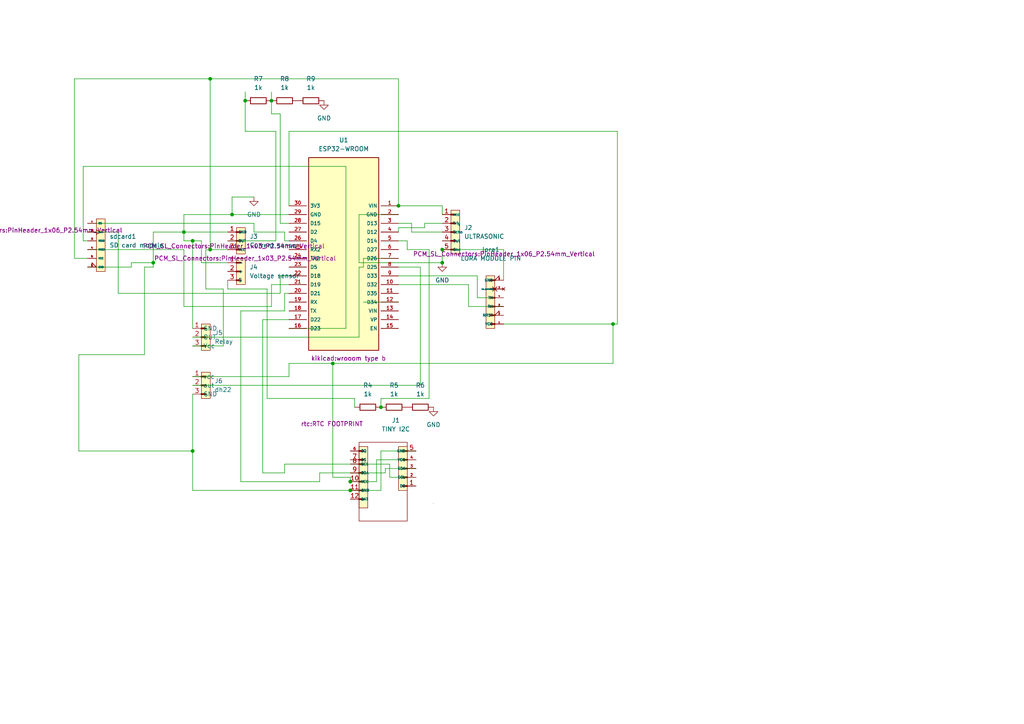
<source format=kicad_sch>
(kicad_sch (version 20231120) (generator "eeschema") (generator_version "8.0")
  (paper "A4")
  (lib_symbols
    (symbol "PCM_4ms_Power-symbol:GND" (power) (pin_names (offset 0))
      (property "Value" "GND" (at 0 -3.81 0))
      (symbol "GND_0_1"
        (polyline (pts (xy 0 0) (xy 0 -1.27) (xy 1.27 -1.27) (xy 0 -2.54) (xy -1.27 -1.27) (xy 0 -1.27)))
      )
      (symbol "GND_1_1"
        (pin power_in line (at 0 0 270) (length 0) hide (name "GND") (number "1"))
      )
    )
    (symbol "PCM_SL_Resistors:1k"
      (property "Reference" "R" (at 0 5.08 0))
      (property "Value" "1k" (at 0 2.54 0))
      (symbol "1k_0_1"
        (rectangle (start -2.286 0.889) (end 2.286 -0.889) (stroke (width 0.24)))
      )
      (symbol "1k_1_1"
        (pin passive line (at -3.81 0 0) (length 1.5) (name "") (number "1"))
        (pin passive line (at 3.81 0 180) (length 1.5) (name "~") (number "2"))
      )
    )
    (symbol "PINHD_1x3_Male_1"
      (property "Reference" "J?" (at 2.54 1.2701 0))
      (property "Value" "Current sensor" (at 2.54 -1.2699 0))
      (symbol "PINHD_1x3_Male_1_0_1"
        (rectangle (start -1.27 3.81) (end 1.27 -3.81) (fill (type background)))
        (polyline (pts (xy -1.27 -2.54) (xy 0 -2.54)) (stroke (width 0.3)))
        (polyline (pts (xy -1.27 -2.54) (xy 0 -2.54)) (stroke (width 0.5)))
        (polyline (pts (xy -1.27 0) (xy 0 0)) (stroke (width 0.3)))
        (polyline (pts (xy -1.27 0) (xy 0 0)) (stroke (width 0.5)))
        (polyline (pts (xy -1.27 2.54) (xy 0 2.54)) (stroke (width 0.3)))
        (polyline (pts (xy -1.27 2.54) (xy 0 2.54)) (stroke (width 0.5)))
      )
      (symbol "PINHD_1x3_Male_1_1_1"
        (pin passive line (at -3.81 2.54 0) (length 2.54) (name "GND") (number "1"))
        (pin output line (at -3.81 0 0) (length 2.54) (name "OUT") (number "2"))
        (pin passive line (at -3.81 -2.54 0) (length 2.54) (name "Vcc") (number "3"))
      )
    )
    (symbol "PINHD_1x3_Male_2"
      (property "Reference" "J5" (at 2.54 1.2701 0))
      (property "Value" "PINHD_1x3_Male" (at 2.54 -1.2699 0))
      (symbol "PINHD_1x3_Male_2_0_1"
        (rectangle (start -1.27 3.81) (end 1.27 -3.81) (fill (type background)))
        (polyline (pts (xy -1.27 -2.54) (xy 0 -2.54)) (stroke (width 0.3)))
        (polyline (pts (xy -1.27 -2.54) (xy 0 -2.54)) (stroke (width 0.5)))
        (polyline (pts (xy -1.27 0) (xy 0 0)) (stroke (width 0.3)))
        (polyline (pts (xy -1.27 0) (xy 0 0)) (stroke (width 0.5)))
        (polyline (pts (xy -1.27 2.54) (xy 0 2.54)) (stroke (width 0.3)))
        (polyline (pts (xy -1.27 2.54) (xy 0 2.54)) (stroke (width 0.5)))
      )
      (symbol "PINHD_1x3_Male_2_1_1"
        (pin passive line (at -3.81 2.54 0) (length 2.54) (name "GND") (number "1"))
        (pin passive line (at -3.81 0 0) (length 2.54) (name "OUT") (number "2"))
        (pin passive line (at -3.81 -2.54 0) (length 2.54) (name "Vcc") (number "3"))
      )
    )
    (symbol "PINHD_1x3_Male_3"
      (property "Reference" "J6" (at 2.54 1.2701 0))
      (property "Value" "Relay" (at -3.302 6.096 0))
      (property "Footprint" "Relay " (at 1.27 -5.08 0))
      (symbol "PINHD_1x3_Male_3_0_1"
        (rectangle (start -1.27 3.81) (end 1.27 -3.81) (fill (type background)))
        (polyline (pts (xy -1.27 -2.54) (xy 0 -2.54)) (stroke (width 0.3)))
        (polyline (pts (xy -1.27 -2.54) (xy 0 -2.54)) (stroke (width 0.5)))
        (polyline (pts (xy -1.27 0) (xy 0 0)) (stroke (width 0.3)))
        (polyline (pts (xy -1.27 0) (xy 0 0)) (stroke (width 0.5)))
        (polyline (pts (xy -1.27 2.54) (xy 0 2.54)) (stroke (width 0.3)))
        (polyline (pts (xy -1.27 2.54) (xy 0 2.54)) (stroke (width 0.5)))
      )
      (symbol "PINHD_1x3_Male_3_1_1"
        (pin passive line (at -3.81 2.54 0) (length 2.54) (name "vcc") (number "1"))
        (pin passive line (at -3.81 0 0) (length 2.54) (name "out") (number "2"))
        (pin passive line (at -3.81 -2.54 0) (length 2.54) (name "GND") (number "3"))
      )
    )
    (symbol "PINHD_1x6_Male_1"
      (property "Reference" "lora1" (at 2.54 2.5401 0))
      (property "Value" "LORA MODULE PIN" (at 2.54 0.0001 0))
      (property "Footprint" "PCM_SL_Connectors:PinHeader_1x06_P2.54mm_Vertical" (at 2.54 -2.5399 0))
      (symbol "PINHD_1x6_Male_1_0_1"
        (polyline (pts (xy -1.27 -6.35) (xy 0 -6.35)) (stroke (width 0.3)))
        (polyline (pts (xy -1.27 -6.35) (xy 0 -6.35)) (stroke (width 0.5)))
        (polyline (pts (xy -1.27 -3.81) (xy 0 -3.81)) (stroke (width 0.3)))
        (polyline (pts (xy -1.27 -3.81) (xy 0 -3.81)) (stroke (width 0.5)))
        (polyline (pts (xy -1.27 -1.27) (xy 0 -1.27)) (stroke (width 0.3)))
        (polyline (pts (xy -1.27 -1.27) (xy 0 -1.27)) (stroke (width 0.5)))
        (polyline (pts (xy -1.27 1.27) (xy 0 1.27)) (stroke (width 0.3)))
        (polyline (pts (xy -1.27 1.27) (xy 0 1.27)) (stroke (width 0.5)))
        (polyline (pts (xy -1.27 3.81) (xy 0 3.81)) (stroke (width 0.3)))
        (polyline (pts (xy -1.27 3.81) (xy 0 3.81)) (stroke (width 0.5)))
        (polyline (pts (xy -1.27 6.35) (xy 0 6.35)) (stroke (width 0.3)))
        (polyline (pts (xy -1.27 6.35) (xy 0 6.35)) (stroke (width 0.5)))
      )
      (symbol "PINHD_1x6_Male_1_1_1"
        (rectangle (start -1.27 7.62) (end 1.27 -7.62) (fill (type background)))
        (pin input line (at -3.81 6.35 0) (length 2.54) (name "VCC") (number "1"))
        (pin input input_low (at -3.81 3.81 0) (length 2.54) (name "NRST") (number "2"))
        (pin no_connect non_logic (at -3.81 -3.81 0) (length 2.54) (name "no_connect") (number "2"))
        (pin input line (at -3.81 1.27 0) (length 2.54) (name "RX") (number "3"))
        (pin output line (at -3.81 -1.27 0) (length 2.54) (name "TX") (number "4"))
        (pin input input_low (at -3.81 -6.35 0) (length 2.54) (name "GND") (number "6"))
      )
    )
    (symbol "RTC  MODULE PINS:PINHD_1x3_Male"
      (property "Reference" "J4" (at 2.54 1.2701 0))
      (property "Value" "Voltage sensor" (at 2.54 -1.2699 0))
      (property "Footprint" "Connector_PinHeader_2.54mm:PinHeader_1x03_P2.54mm_Vertical" (at -2.032 7.366 0))
      (symbol "PINHD_1x3_Male_0_1"
        (rectangle (start -1.27 3.81) (end 1.27 -3.81) (fill (type background)))
        (polyline (pts (xy -1.27 -2.54) (xy 0 -2.54)) (stroke (width 0.3)))
        (polyline (pts (xy -1.27 -2.54) (xy 0 -2.54)) (stroke (width 0.5)))
        (polyline (pts (xy -1.27 0) (xy 0 0)) (stroke (width 0.3)))
        (polyline (pts (xy -1.27 0) (xy 0 0)) (stroke (width 0.5)))
        (polyline (pts (xy -1.27 2.54) (xy 0 2.54)) (stroke (width 0.3)))
        (polyline (pts (xy -1.27 2.54) (xy 0 2.54)) (stroke (width 0.5)))
      )
      (symbol "PINHD_1x3_Male_1_1"
        (pin power_in line (at -3.81 2.54 0) (length 2.54) (name "-") (number "1"))
        (pin power_in line (at -3.81 0 0) (length 2.54) (name "+") (number "2"))
        (pin output line (at -3.81 -2.54 0) (length 2.54) (name "S") (number "3"))
      )
    )
    (symbol "RTC  MODULE PINS:PINHD_1x5_Male"
      (property "Reference" "J2" (at 2.54 1.2701 0))
      (property "Value" "ULTRASONIC" (at 2.54 -1.2699 0))
      (symbol "PINHD_1x5_Male_0_1"
        (rectangle (start -1.27 6.35) (end 1.27 -6.35) (fill (type background)))
        (polyline (pts (xy -1.27 -5.08) (xy 0 -5.08)) (stroke (width 0.3)))
        (polyline (pts (xy -1.27 -5.08) (xy 0 -5.08)) (stroke (width 0.5)))
        (polyline (pts (xy -1.27 -2.54) (xy 0 -2.54)) (stroke (width 0.3)))
        (polyline (pts (xy -1.27 -2.54) (xy 0 -2.54)) (stroke (width 0.5)))
        (polyline (pts (xy -1.27 0) (xy 0 0)) (stroke (width 0.3)))
        (polyline (pts (xy -1.27 0) (xy 0 0)) (stroke (width 0.5)))
        (polyline (pts (xy -1.27 2.54) (xy 0 2.54)) (stroke (width 0.3)))
        (polyline (pts (xy -1.27 2.54) (xy 0 2.54)) (stroke (width 0.5)))
        (polyline (pts (xy -1.27 5.08) (xy 0 5.08)) (stroke (width 0.3)))
        (polyline (pts (xy -1.27 5.08) (xy 0 5.08)) (stroke (width 0.5)))
      )
      (symbol "PINHD_1x5_Male_1_1"
        (pin passive line (at -3.81 5.08 0) (length 2.54) (name "vcc") (number "1"))
        (pin passive line (at -3.81 2.54 0) (length 2.54) (name "Trig") (number "2"))
        (pin passive line (at -3.81 0 0) (length 2.54) (name "Echo") (number "3"))
        (pin passive line (at -3.81 -2.54 0) (length 2.54) (name "Out") (number "4"))
        (pin passive line (at -3.81 -5.08 0) (length 2.54) (name "Gnd") (number "5"))
      )
    )
    (symbol "RTC:PINHD_1x5_Male"
      (property "Reference" "J1" (at 111 -7.62 0))
      (property "Value" "TINY I2C" (at 111 -10.16 0))
      (property "Footprint" "rtc:RTC FOOTPRINT" (at 92.456 -8.636 0))
      (symbol "PINHD_1x5_Male_0_1"
        (polyline (pts (xy 100.33 -30.48) (xy 101.6 -30.48)) (stroke (width 0.3)))
        (polyline (pts (xy 100.33 -30.48) (xy 101.6 -30.48)) (stroke (width 0.5)))
        (polyline (pts (xy 100.33 -27.94) (xy 101.6 -27.94)) (stroke (width 0.3)))
        (polyline (pts (xy 100.33 -27.94) (xy 101.6 -27.94)) (stroke (width 0.5)))
        (polyline (pts (xy 100.33 -25.4) (xy 101.6 -25.4)) (stroke (width 0.3)))
        (polyline (pts (xy 100.33 -25.4) (xy 101.6 -25.4)) (stroke (width 0.5)))
        (polyline (pts (xy 100.33 -22.86) (xy 101.6 -22.86)) (stroke (width 0.3)))
        (polyline (pts (xy 100.33 -22.86) (xy 101.6 -22.86)) (stroke (width 0.5)))
        (polyline (pts (xy 100.33 -20.32) (xy 101.6 -20.32)) (stroke (width 0.3)))
        (polyline (pts (xy 100.33 -20.32) (xy 101.6 -20.32)) (stroke (width 0.5)))
        (polyline (pts (xy 100.33 -19.05) (xy 101.6 -19.05)) (stroke (width 0.3)))
        (polyline (pts (xy 100.33 -19.05) (xy 101.6 -19.05)) (stroke (width 0.5)))
        (polyline (pts (xy 100.33 -16.51) (xy 101.6 -16.51)) (stroke (width 0.3)))
        (polyline (pts (xy 100.33 -16.51) (xy 101.6 -16.51)) (stroke (width 0.5)))
        (polyline (pts (xy 114.3 -26.67) (xy 113.03 -26.67)) (stroke (width 0.3)))
        (polyline (pts (xy 114.3 -26.67) (xy 113.03 -26.67)) (stroke (width 0.5)))
        (polyline (pts (xy 114.3 -24.13) (xy 113.03 -24.13)) (stroke (width 0.3)))
        (polyline (pts (xy 114.3 -24.13) (xy 113.03 -24.13)) (stroke (width 0.5)))
        (polyline (pts (xy 114.3 -21.59) (xy 113.03 -21.59)) (stroke (width 0.3)))
        (polyline (pts (xy 114.3 -21.59) (xy 113.03 -21.59)) (stroke (width 0.5)))
        (polyline (pts (xy 114.3 -19.05) (xy 113.03 -19.05)) (stroke (width 0.3)))
        (polyline (pts (xy 114.3 -19.05) (xy 113.03 -19.05)) (stroke (width 0.5)))
        (polyline (pts (xy 114.3 -16.51) (xy 113.03 -16.51)) (stroke (width 0.3)))
        (polyline (pts (xy 114.3 -16.51) (xy 113.03 -16.51)) (stroke (width 0.5)))
        (rectangle (start 100.33 -15.24) (end 102.87 -33.02) (fill (type background)))
        (rectangle (start 100.33 -13.97) (end 114.3 -36.83))
        (rectangle (start 111.76 -15.24) (end 114.3 -27.94) (fill (type background)))
        (rectangle (start 121.92 -31.75) (end 121.92 -31.75))
      )
      (symbol "PINHD_1x5_Male_1_1"
        (pin passive line (at 116.84 -26.67 180) (length 2.54) (name "DS") (number "1"))
        (pin passive line (at 97.79 -25.4 0) (length 2.54) (name "VCC") (number "10"))
        (pin passive line (at 97.79 -27.94 0) (length 2.54) (name "GND") (number "11"))
        (pin passive line (at 97.79 -30.48 0) (length 2.54) (name "BAT") (number "12"))
        (pin passive line (at 116.84 -24.13 180) (length 2.54) (name "SCL") (number "2"))
        (pin passive line (at 116.84 -21.59 180) (length 2.54) (name "SDA") (number "3"))
        (pin passive line (at 116.84 -19.05 180) (length 2.54) (name "VCC") (number "4"))
        (pin passive line (at 116.84 -16.51 180) (length 2.54) (name "GND") (number "5"))
        (pin passive line (at 97.79 -16.51 0) (length 2.54) (name "SQ") (number "6"))
        (pin passive line (at 97.79 -19.05 0) (length 2.54) (name "DS") (number "7"))
        (pin passive line (at 97.79 -20.32 0) (length 2.54) (name "SCL") (number "8"))
        (pin passive line (at 97.79 -22.86 0) (length 2.54) (name "SDA") (number "9"))
      )
    )
    (symbol "esp32wooooom:ESP32-DEVKIT-V1" (pin_names (offset 1.016))
      (property "Reference" "U1" (at -33.655 13.97 0))
      (property "Value" "ESP32-WROOM" (at -33.655 11.43 0))
      (property "Footprint" "kikicad:wrooom type b" (at -32.258 -50.038 0))
      (symbol "ESP32-DEVKIT-V1_0_0"
        (rectangle (start -43.815 8.89) (end -23.495 -46.99) (stroke (width 0.254)) (fill (type background)))
      )
      (symbol "ESP32-DEVKIT-V1_1_0"
        (pin output line (at -17.78 -5.08 180) (length 5.08) (name "VIN") (number "1"))
        (pin bidirectional line (at -17.78 -27.94 180) (length 5.08) (name "D32") (number "10"))
        (pin bidirectional line (at -17.78 -30.48 180) (length 5.08) (name "D35") (number "11"))
        (pin bidirectional line (at -17.78 -33.02 180) (length 5.08) (name "D34") (number "12"))
        (pin bidirectional line (at -17.78 -35.56 180) (length 5.08) (name "VIN") (number "13"))
        (pin bidirectional line (at -17.78 -38.1 180) (length 5.08) (name "VP") (number "14"))
        (pin power_in line (at -17.78 -40.64 180) (length 5.08) (name "EN") (number "15"))
        (pin bidirectional line (at -49.53 -40.64 0) (length 5.08) (name "D23") (number "16"))
        (pin bidirectional line (at -49.53 -38.1 0) (length 5.08) (name "D22") (number "17"))
        (pin bidirectional line (at -49.53 -35.56 0) (length 5.08) (name "TX") (number "18"))
        (pin bidirectional line (at -49.53 -33.02 0) (length 5.08) (name "RX") (number "19"))
        (pin input line (at -17.78 -7.62 180) (length 5.08) (name "GND") (number "2"))
        (pin bidirectional line (at -49.53 -30.48 0) (length 5.08) (name "D21") (number "20"))
        (pin bidirectional line (at -49.53 -27.94 0) (length 5.08) (name "D19") (number "21"))
        (pin bidirectional line (at -49.53 -25.4 0) (length 5.08) (name "D18") (number "22"))
        (pin bidirectional line (at -49.53 -22.86 0) (length 5.08) (name "D5") (number "23"))
        (pin bidirectional line (at -49.53 -20.32 0) (length 5.08) (name "TX2") (number "24"))
        (pin bidirectional line (at -49.53 -17.78 0) (length 5.08) (name "RX2") (number "25"))
        (pin bidirectional line (at -49.53 -15.24 0) (length 5.08) (name "D4") (number "26"))
        (pin bidirectional line (at -49.53 -12.7 0) (length 5.08) (name "D2") (number "27"))
        (pin bidirectional line (at -49.53 -10.16 0) (length 5.08) (name "D15") (number "28"))
        (pin input line (at -49.53 -7.62 0) (length 5.08) (name "GND") (number "29"))
        (pin output line (at -17.78 -10.16 180) (length 5.08) (name "D13") (number "3"))
        (pin output line (at -49.53 -5.08 0) (length 5.08) (name "3V3") (number "30"))
        (pin input line (at -17.78 -12.7 180) (length 5.08) (name "D12") (number "4"))
        (pin output line (at -17.78 -15.24 180) (length 5.08) (name "D14") (number "5"))
        (pin bidirectional line (at -17.78 -17.78 180) (length 5.08) (name "D27") (number "6"))
        (pin bidirectional line (at -17.78 -20.32 180) (length 5.08) (name "D26") (number "7"))
        (pin bidirectional line (at -17.78 -22.86 180) (length 5.08) (name "D25") (number "8"))
        (pin bidirectional line (at -17.78 -25.4 180) (length 5.08) (name "D33") (number "9"))
      )
    )
    (symbol "sdcard pins:PINHD_1x6_Male"
      (property "Reference" "sdcard1" (at 2.54 2.5401 0))
      (property "Value" "SD card module" (at 2.54 0.0001 0))
      (property "Footprint" "PCM_SL_Connectors:PinHeader_1x06_P2.54mm_Vertical" (at -46.482 4.318 0))
      (symbol "PINHD_1x6_Male_1_1"
        (rectangle (start -1.27 7.62) (end 1.27 -7.62) (fill (type background)))
        (pin input line (at -3.81 6.35 0) (length 2.54) (name "CS") (number "1"))
        (pin output clock (at -3.81 3.81 0) (length 2.54) (name "sck") (number "2"))
        (pin input line (at -3.81 1.27 0) (length 2.54) (name "MOSI") (number "3"))
        (pin output line (at -3.81 -1.27 0) (length 2.54) (name "MISO") (number "4"))
        (pin input line (at -3.81 -3.81 0) (length 2.54) (name "VCC") (number "5"))
        (pin input input_low (at -3.81 -6.35 0) (length 2.54) (name "GND") (number "6"))
      )
    )
  )
  (junction (at 44.45 76.2))
  (junction (at 67.31 62.23))
  (junction (at 128.27 76.2))
  (junction (at 96.52 105.41))
  (junction (at 115.57 59.69))
  (junction (at 101.6 139.7))
  (junction (at 55.88 130.81))
  (junction (at 53.34 67.31))
  (junction (at 78.74 29.21))
  (junction (at 71.12 29.21))
  (junction (at 55.88 69.85))
  (junction (at 110.49 118.11))
  (junction (at 177.8 93.98))
  (junction (at 60.96 72.39))
  (junction (at 101.6 142.24))
  (junction (at 128.27 72.39))
  (junction (at 60.96 22.86))
  (wire (pts (xy 38.1 76.2) (xy 38.1 77.47)))
  (wire (pts (xy 113.03 134.62) (xy 113.03 138.43)))
  (wire (pts (xy 55.88 69.85) (xy 53.34 69.85)))
  (wire (pts (xy 67.31 57.15) (xy 67.31 62.23)))
  (wire (pts (xy 124.46 115.57) (xy 110.49 115.57)))
  (wire (pts (xy 177.8 93.98) (xy 179.07 93.98)))
  (wire (pts (xy 58.42 69.85) (xy 55.88 69.85)))
  (wire (pts (xy 109.22 139.7) (xy 109.22 133.35)))
  (wire (pts (xy 123.19 66.04) (xy 115.57 66.04)))
  (wire (pts (xy 138.43 80.01) (xy 138.43 86.36)))
  (wire (pts (xy 83.82 85.09) (xy 82.55 85.09)))
  (wire (pts (xy 135.89 82.55) (xy 135.89 88.9)))
  (wire (pts (xy 124.46 72.39) (xy 118.11 72.39)))
  (wire (pts (xy 81.28 80.01) (xy 83.82 80.01)))
  (wire (pts (xy 55.88 69.85) (xy 55.88 95.25)))
  (wire (pts (xy 78.74 33.02) (xy 81.28 33.02)))
  (wire (pts (xy 104.14 62.23) (xy 104.14 76.2)))
  (wire (pts (xy 53.34 67.31) (xy 53.34 62.23)))
  (wire (pts (xy 66.04 81.28) (xy 66.04 83.82)))
  (wire (pts (xy 78.74 82.55) (xy 78.74 88.9)))
  (wire (pts (xy 77.47 83.82) (xy 77.47 115.57)))
  (wire (pts (xy 77.47 115.57) (xy 102.87 115.57)))
  (wire (pts (xy 71.12 26.67) (xy 71.12 29.21)))
  (wire (pts (xy 55.88 100.33) (xy 64.77 100.33)))
  (wire (pts (xy 55.88 130.81) (xy 55.88 142.24)))
  (wire (pts (xy 41.91 77.47) (xy 44.45 77.47)))
  (wire (pts (xy 78.74 26.67) (xy 78.74 29.21)))
  (wire (pts (xy 128.27 59.69) (xy 128.27 62.23)))
  (wire (pts (xy 58.42 76.2) (xy 58.42 69.85)))
  (wire (pts (xy 24.13 69.85) (xy 25.4 69.85)))
  (wire (pts (xy 22.86 102.87) (xy 41.91 102.87)))
  (wire (pts (xy 55.88 97.79) (xy 104.14 97.79)))
  (wire (pts (xy 104.14 77.47) (xy 104.14 97.79)))
  (wire (pts (xy 105.41 77.47) (xy 105.41 74.93)))
  (wire (pts (xy 82.55 90.17) (xy 69.85 90.17)))
  (wire (pts (xy 110.49 130.81) (xy 120.65 130.81)))
  (wire (pts (xy 113.03 138.43) (xy 120.65 138.43)))
  (wire (pts (xy 179.07 38.1) (xy 179.07 93.98)))
  (wire (pts (xy 81.28 85.09) (xy 34.29 85.09)))
  (wire (pts (xy 73.66 57.15) (xy 67.31 57.15)))
  (wire (pts (xy 96.52 105.41) (xy 177.8 105.41)))
  (wire (pts (xy 21.59 74.93) (xy 21.59 22.86)))
  (wire (pts (xy 80.01 38.1) (xy 71.12 38.1)))
  (wire (pts (xy 60.96 72.39) (xy 60.96 22.86)))
  (wire (pts (xy 25.4 64.77) (xy 73.66 64.77)))
  (wire (pts (xy 101.6 139.7) (xy 101.6 138.43)))
  (wire (pts (xy 83.82 59.69) (xy 83.82 38.1)))
  (wire (pts (xy 80.01 69.85) (xy 80.01 38.1)))
  (wire (pts (xy 128.27 64.77) (xy 123.19 64.77)))
  (wire (pts (xy 82.55 137.16) (xy 82.55 134.62)))
  (wire (pts (xy 105.41 74.93) (xy 115.57 74.93)))
  (wire (pts (xy 123.19 64.77) (xy 123.19 66.04)))
  (wire (pts (xy 104.14 76.2) (xy 128.27 76.2)))
  (wire (pts (xy 53.34 88.9) (xy 78.74 88.9)))
  (wire (pts (xy 135.89 88.9) (xy 146.05 88.9)))
  (wire (pts (xy 115.57 80.01) (xy 138.43 80.01)))
  (wire (pts (xy 121.92 77.47) (xy 115.57 77.47)))
  (wire (pts (xy 38.1 76.2) (xy 44.45 76.2)))
  (wire (pts (xy 128.27 72.39) (xy 128.27 76.2)))
  (wire (pts (xy 41.91 77.47) (xy 41.91 102.87)))
  (wire (pts (xy 83.82 105.41) (xy 83.82 109.22)))
  (wire (pts (xy 177.8 105.41) (xy 177.8 93.98)))
  (wire (pts (xy 66.04 72.39) (xy 60.96 72.39)))
  (wire (pts (xy 119.38 64.77) (xy 115.57 64.77)))
  (wire (pts (xy 138.43 86.36) (xy 146.05 86.36)))
  (wire (pts (xy 92.71 137.16) (xy 111.76 137.16)))
  (wire (pts (xy 82.55 69.85) (xy 83.82 69.85)))
  (wire (pts (xy 109.22 133.35) (xy 120.65 133.35)))
  (wire (pts (xy 81.28 80.01) (xy 81.28 85.09)))
  (wire (pts (xy 76.2 92.71) (xy 83.82 92.71)))
  (wire (pts (xy 100.33 48.26) (xy 24.13 48.26)))
  (wire (pts (xy 115.57 66.04) (xy 115.57 67.31)))
  (wire (pts (xy 66.04 69.85) (xy 80.01 69.85)))
  (wire (pts (xy 25.4 72.39) (xy 53.34 72.39)))
  (wire (pts (xy 59.69 72.39) (xy 60.96 72.39)))
  (wire (pts (xy 146.05 81.28) (xy 146.05 72.39)))
  (wire (pts (xy 146.05 72.39) (xy 128.27 72.39)))
  (wire (pts (xy 128.27 67.31) (xy 119.38 67.31)))
  (wire (pts (xy 44.45 67.31) (xy 53.34 67.31)))
  (wire (pts (xy 104.14 62.23) (xy 115.57 62.23)))
  (wire (pts (xy 78.74 82.55) (xy 83.82 82.55)))
  (wire (pts (xy 78.74 29.21) (xy 78.74 33.02)))
  (wire (pts (xy 101.6 142.24) (xy 110.49 142.24)))
  (wire (pts (xy 124.46 115.57) (xy 124.46 72.39)))
  (wire (pts (xy 82.55 85.09) (xy 82.55 90.17)))
  (wire (pts (xy 82.55 67.31) (xy 82.55 69.85)))
  (wire (pts (xy 53.34 67.31) (xy 66.04 67.31)))
  (wire (pts (xy 92.71 139.7) (xy 92.71 137.16)))
  (wire (pts (xy 66.04 76.2) (xy 58.42 76.2)))
  (wire (pts (xy 25.4 77.47) (xy 38.1 77.47)))
  (wire (pts (xy 21.59 22.86) (xy 60.96 22.86)))
  (wire (pts (xy 115.57 59.69) (xy 128.27 59.69)))
  (wire (pts (xy 64.77 100.33) (xy 64.77 83.82)))
  (wire (pts (xy 81.28 33.02) (xy 81.28 64.77)))
  (wire (pts (xy 81.28 64.77) (xy 83.82 64.77)))
  (wire (pts (xy 83.82 95.25) (xy 100.33 95.25)))
  (wire (pts (xy 76.2 92.71) (xy 76.2 137.16)))
  (wire (pts (xy 118.11 69.85) (xy 118.11 72.39)))
  (wire (pts (xy 69.85 90.17) (xy 69.85 139.7)))
  (wire (pts (xy 105.41 87.63) (xy 115.57 87.63)))
  (wire (pts (xy 53.34 62.23) (xy 67.31 62.23)))
  (wire (pts (xy 101.6 139.7) (xy 109.22 139.7)))
  (wire (pts (xy 55.88 114.3) (xy 55.88 130.81)))
  (wire (pts (xy 73.66 64.77) (xy 73.66 67.31)))
  (wire (pts (xy 115.57 82.55) (xy 135.89 82.55)))
  (wire (pts (xy 24.13 48.26) (xy 24.13 69.85)))
  (wire (pts (xy 55.88 109.22) (xy 83.82 109.22)))
  (wire (pts (xy 66.04 83.82) (xy 77.47 83.82)))
  (wire (pts (xy 115.57 22.86) (xy 115.57 59.69)))
  (wire (pts (xy 102.87 115.57) (xy 102.87 118.11)))
  (wire (pts (xy 22.86 130.81) (xy 22.86 102.87)))
  (wire (pts (xy 121.92 77.47) (xy 121.92 111.76)))
  (wire (pts (xy 146.05 93.98) (xy 177.8 93.98)))
  (wire (pts (xy 110.49 142.24) (xy 110.49 130.81)))
  (wire (pts (xy 100.33 95.25) (xy 100.33 48.26)))
  (wire (pts (xy 83.82 105.41) (xy 96.52 105.41)))
  (wire (pts (xy 101.6 142.24) (xy 55.88 142.24)))
  (wire (pts (xy 44.45 76.2) (xy 44.45 67.31)))
  (wire (pts (xy 118.11 69.85) (xy 115.57 69.85)))
  (wire (pts (xy 22.86 130.81) (xy 55.88 130.81)))
  (wire (pts (xy 111.76 137.16) (xy 111.76 135.89)))
  (wire (pts (xy 53.34 69.85) (xy 53.34 67.31)))
  (wire (pts (xy 25.4 74.93) (xy 21.59 74.93)))
  (wire (pts (xy 34.29 85.09) (xy 34.29 67.31)))
  (wire (pts (xy 110.49 115.57) (xy 110.49 118.11)))
  (wire (pts (xy 111.76 135.89) (xy 120.65 135.89)))
  (wire (pts (xy 96.52 105.41) (xy 96.52 138.43)))
  (wire (pts (xy 82.55 134.62) (xy 113.03 134.62)))
  (wire (pts (xy 71.12 29.21) (xy 71.12 38.1)))
  (wire (pts (xy 119.38 67.31) (xy 119.38 64.77)))
  (wire (pts (xy 104.14 77.47) (xy 105.41 77.47)))
  (wire (pts (xy 55.88 111.76) (xy 121.92 111.76)))
  (wire (pts (xy 69.85 139.7) (xy 92.71 139.7)))
  (wire (pts (xy 73.66 67.31) (xy 82.55 67.31)))
  (wire (pts (xy 60.96 22.86) (xy 115.57 22.86)))
  (wire (pts (xy 83.82 38.1) (xy 179.07 38.1)))
  (wire (pts (xy 59.69 83.82) (xy 59.69 72.39)))
  (wire (pts (xy 67.31 62.23) (xy 83.82 62.23)))
  (wire (pts (xy 76.2 137.16) (xy 82.55 137.16)))
  (wire (pts (xy 64.77 83.82) (xy 59.69 83.82)))
  (wire (pts (xy 25.4 67.31) (xy 34.29 67.31)))
  (wire (pts (xy 53.34 72.39) (xy 53.34 88.9)))
  (wire (pts (xy 44.45 77.47) (xy 44.45 76.2)))
  (wire (pts (xy 101.6 138.43) (xy 96.52 138.43)))
  (symbol (lib_id "PCM_4ms_Power-symbol:GND") (at 93.98 29.21 0) (unit 1)
    (property "Reference" "#PWR04" (effects (hide yes)))
    (property "Value" "GND" (at 93.98 34.29 0))
  )
  (symbol (lib_id "PCM_SL_Resistors:1k") (at 82.55 29.21 0) (unit 1)
    (property "Reference" "R8" (at 82.55 22.86 0))
    (property "Value" "1k" (at 82.55 25.4 0))
    (property "Footprint" "PCM_Resistor_THT_AKL_Double:R_Axial_DIN0204_L3.6mm_D1.6mm_P5.08mm_Horizontal" (effects (hide yes)))
    (property "Description" "1kΩ, 1/4W Resistor" (effects (hide yes)))
  )
  (symbol (lib_name "PINHD_1x3_Male_2") (lib_id "RTC  MODULE PINS:PINHD_1x3_Male") (at 59.69 97.79 0) (unit 1)
    (property "Reference" "J5" (at 62.23 96.5199 0) (effects (justify left)))
    (property "Value" "Relay" (at 62.23 99.0599 0) (effects (justify left)))
    (property "Footprint" "PCM_SL_Connectors:PinHeader_1x03_P2.54mm_Vertical" (effects (hide yes)))
    (property "Description" "Pin Header male with pin space 2.54mm. Pin Count -3" (effects (hide yes)))
  )
  (symbol (lib_id "PCM_SL_Resistors:1k") (at 74.93 29.21 0) (unit 1)
    (property "Reference" "R7" (at 74.93 22.86 0))
    (property "Value" "1k" (at 74.93 25.4 0))
    (property "Footprint" "PCM_Resistor_THT_AKL_Double:R_Axial_DIN0204_L3.6mm_D1.6mm_P5.08mm_Horizontal" (effects (hide yes)))
    (property "Description" "1kΩ, 1/4W Resistor" (effects (hide yes)))
  )
  (symbol (lib_id "PCM_4ms_Power-symbol:GND") (at 73.66 57.15 0) (unit 1)
    (property "Reference" "#PWR02" (effects (hide yes)))
    (property "Value" "GND" (at 73.66 62.23 0))
  )
  (symbol (lib_name "PINHD_1x3_Male_3") (lib_id "RTC  MODULE PINS:PINHD_1x3_Male") (at 59.69 111.76 0) (unit 1)
    (property "Reference" "J6" (at 62.23 110.4899 0) (effects (justify left)))
    (property "Value" "dh22" (at 62.23 113.0299 0) (effects (justify left)))
    (property "Footprint" "PCM_SL_Connectors:PinHeader_1x03_P2.54mm_Vertical" (effects (hide yes)))
    (property "Description" "Pin Header male with pin space 2.54mm. Pin Count -3" (effects (hide yes)))
  )
  (symbol (lib_id "RTC:PINHD_1x5_Male") (at 3.81 114.3 0) (unit 1)
    (property "Reference" "J1" (at 114.81 121.92 0))
    (property "Value" "TINY I2C" (at 114.81 124.46 0))
    (property "Footprint" "rtc:RTC FOOTPRINT" (at 96.266 122.936 0))
    (property "Description" "Pin Header male with pin space 2.54mm. Pin Count -5" (effects (hide yes)))
  )
  (symbol (lib_id "PCM_SL_Resistors:1k") (at 121.92 118.11 0) (unit 1)
    (property "Reference" "R6" (at 121.92 111.76 0))
    (property "Value" "1k" (at 121.92 114.3 0))
    (property "Footprint" "PCM_Resistor_THT_AKL_Double:R_Axial_DIN0204_L3.6mm_D1.6mm_P5.08mm_Horizontal" (effects (hide yes)))
    (property "Description" "1kΩ, 1/4W Resistor" (effects (hide yes)))
  )
  (symbol (lib_name "PINHD_1x3_Male_1") (lib_id "RTC  MODULE PINS:PINHD_1x3_Male") (at 69.85 69.85 0) (unit 1)
    (property "Reference" "J3" (at 72.39 68.5799 0) (effects (justify left)))
    (property "Value" "Current sensor" (at 72.39 71.1199 0) (effects (justify left)))
    (property "Footprint" "PCM_SL_Connectors:PinHeader_1x03_P2.54mm_Vertical" (at 71.12 74.93 0))
    (property "Description" "Pin Header male with pin space 2.54mm. Pin Count -3" (effects (hide yes)))
  )
  (symbol (lib_id "PCM_4ms_Power-symbol:GND") (at 128.27 76.2 0) (unit 1)
    (property "Reference" "#PWR01" (effects (hide yes)))
    (property "Value" "GND" (at 128.27 81.28 0))
  )
  (symbol (lib_id "PCM_SL_Resistors:1k") (at 90.17 29.21 0) (unit 1)
    (property "Reference" "R9" (at 90.17 22.86 0))
    (property "Value" "1k" (at 90.17 25.4 0))
    (property "Footprint" "PCM_Resistor_THT_AKL_Double:R_Axial_DIN0204_L3.6mm_D1.6mm_P5.08mm_Horizontal" (effects (hide yes)))
    (property "Description" "1kΩ, 1/4W Resistor" (effects (hide yes)))
  )
  (symbol (lib_id "RTC  MODULE PINS:PINHD_1x3_Male") (at 69.85 78.74 0) (unit 1)
    (property "Reference" "J4" (at 72.39 77.4699 0) (effects (justify left)))
    (property "Value" "Voltage sensor" (at 72.39 80.0099 0) (effects (justify left)))
    (property "Footprint" "PCM_SL_Connectors:PinHeader_1x03_P2.54mm_Vertical" (at 67.818 71.374 0))
    (property "Description" "Pin Header male with pin space 2.54mm. Pin Count -3" (effects (hide yes)))
  )
  (symbol (lib_id "sdcard pins:PINHD_1x6_Male") (at 29.21 71.12 0) (unit 1)
    (property "Reference" "sdcard1" (at 31.75 68.5799 0) (effects (justify left)))
    (property "Value" "SD card module" (at 31.75 71.1199 0) (effects (justify left)))
    (property "Footprint" "PCM_SL_Connectors:PinHeader_1x06_P2.54mm_Vertical" (at -17.272 66.802 0) (effects (justify left)))
    (property "Description" "Pin Header male with pin space 2.54mm. Pin Count -6" (effects (hide yes)))
  )
  (symbol (lib_name "PINHD_1x6_Male_1") (lib_id "PCM_SL_Pin_Headers:PINHD_1x6_Male") (at 142.24 87.63 180) (unit 1)
    (property "Reference" "lora1" (at 142.365 72.39 0))
    (property "Value" "LORA MODULE PIN" (at 142.365 74.93 0))
    (property "Footprint" "PCM_SL_Connectors:PinHeader_1x06_P2.54mm_Vertical" (at 146.175 73.66 0))
    (property "Description" "Pin Header male with pin space 2.54mm. Pin Count -6" (effects (hide yes)))
  )
  (symbol (lib_id "PCM_4ms_Power-symbol:GND") (at 125.73 118.11 0) (unit 1)
    (property "Reference" "#PWR03" (effects (hide yes)))
    (property "Value" "GND" (at 125.73 123.19 0))
  )
  (symbol (lib_id "RTC  MODULE PINS:PINHD_1x5_Male") (at 132.08 67.31 0) (unit 1)
    (property "Reference" "J2" (at 134.62 66.0399 0) (effects (justify left)))
    (property "Value" "ULTRASONIC" (at 134.62 68.5799 0) (effects (justify left)))
    (property "Footprint" "PCM_SL_Connectors:PinHeader_1x05_P2.54mm_Vertical" (effects (hide yes)))
    (property "Description" "Pin Header male with pin space 2.54mm. Pin Count -5" (effects (hide yes)))
  )
  (symbol (lib_id "PCM_SL_Resistors:1k") (at 106.68 118.11 0) (unit 1)
    (property "Reference" "R4" (at 106.68 111.76 0))
    (property "Value" "1k" (at 106.68 114.3 0))
    (property "Footprint" "PCM_Resistor_THT_AKL_Double:R_Axial_DIN0204_L3.6mm_D1.6mm_P5.08mm_Horizontal" (effects (hide yes)))
    (property "Description" "1kΩ, 1/4W Resistor" (effects (hide yes)))
  )
  (symbol (lib_id "esp32wooooom:ESP32-DEVKIT-V1") (at 133.35 54.61 0) (unit 1)
    (property "Reference" "U1" (at 99.695 40.64 0))
    (property "Value" "ESP32-WROOM" (at 99.695 43.18 0))
    (property "Footprint" "kikicad:wrooom type b" (at 101.092 104.648 0) (effects (justify bottom)))
    (property "MP" "ESP32-DEVKIT-V1" (effects (hide yes)))
    (property "Availability" "Not in stock" (effects (hide yes)))
  )
  (symbol (lib_id "PCM_SL_Resistors:1k") (at 114.3 118.11 0) (unit 1)
    (property "Reference" "R5" (at 114.3 111.76 0))
    (property "Value" "1k" (at 114.3 114.3 0))
    (property "Footprint" "PCM_Resistor_THT_AKL_Double:R_Axial_DIN0204_L3.6mm_D1.6mm_P5.08mm_Horizontal" (effects (hide yes)))
    (property "Description" "1kΩ, 1/4W Resistor" (effects (hide yes)))
  )
)
</source>
